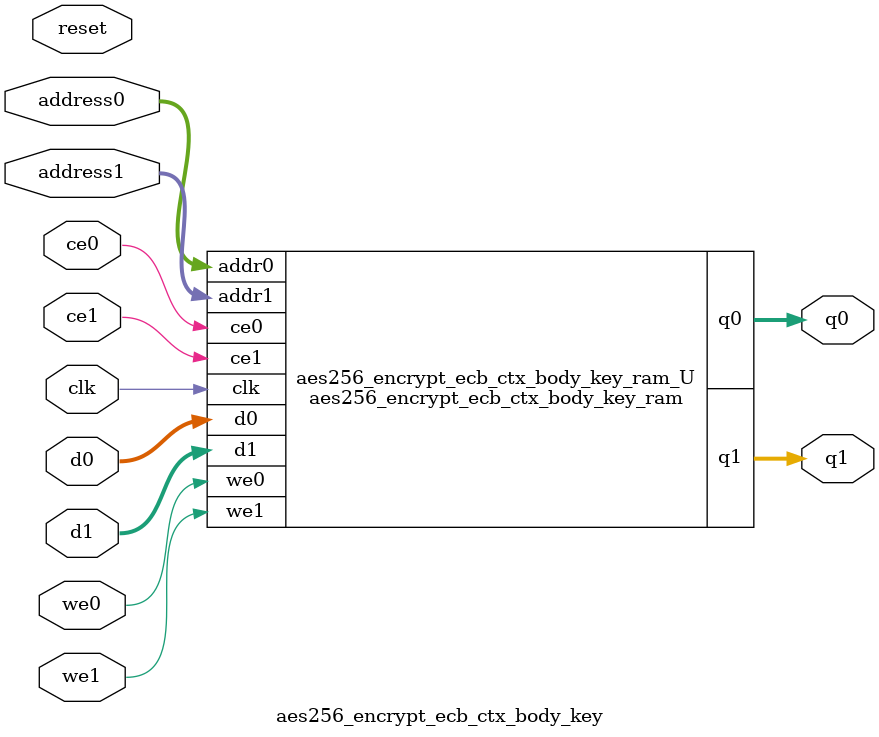
<source format=v>

`timescale 1 ns / 1 ps
module aes256_encrypt_ecb_ctx_body_key_ram (addr0, ce0, d0, we0, q0, addr1, ce1, d1, we1, q1,  clk);

parameter DWIDTH = 8;
parameter AWIDTH = 5;
parameter MEM_SIZE = 32;

input[AWIDTH-1:0] addr0;
input ce0;
input[DWIDTH-1:0] d0;
input we0;
output reg[DWIDTH-1:0] q0;
input[AWIDTH-1:0] addr1;
input ce1;
input[DWIDTH-1:0] d1;
input we1;
output reg[DWIDTH-1:0] q1;
input clk;

(* ram_style = "block" *)reg [DWIDTH-1:0] ram[MEM_SIZE-1:0];




always @(posedge clk)  
begin 
    if (ce0) 
    begin
        if (we0) 
        begin 
            ram[addr0] <= d0; 
            q0 <= d0;
        end 
        else 
            q0 <= ram[addr0];
    end
end


always @(posedge clk)  
begin 
    if (ce1) 
    begin
        if (we1) 
        begin 
            ram[addr1] <= d1; 
            q1 <= d1;
        end 
        else 
            q1 <= ram[addr1];
    end
end


endmodule


`timescale 1 ns / 1 ps
module aes256_encrypt_ecb_ctx_body_key(
    reset,
    clk,
    address0,
    ce0,
    we0,
    d0,
    q0,
    address1,
    ce1,
    we1,
    d1,
    q1);

parameter DataWidth = 32'd8;
parameter AddressRange = 32'd32;
parameter AddressWidth = 32'd5;
input reset;
input clk;
input[AddressWidth - 1:0] address0;
input ce0;
input we0;
input[DataWidth - 1:0] d0;
output[DataWidth - 1:0] q0;
input[AddressWidth - 1:0] address1;
input ce1;
input we1;
input[DataWidth - 1:0] d1;
output[DataWidth - 1:0] q1;



aes256_encrypt_ecb_ctx_body_key_ram aes256_encrypt_ecb_ctx_body_key_ram_U(
    .clk( clk ),
    .addr0( address0 ),
    .ce0( ce0 ),
    .d0( d0 ),
    .we0( we0 ),
    .q0( q0 ),
    .addr1( address1 ),
    .ce1( ce1 ),
    .d1( d1 ),
    .we1( we1 ),
    .q1( q1 ));

endmodule


</source>
